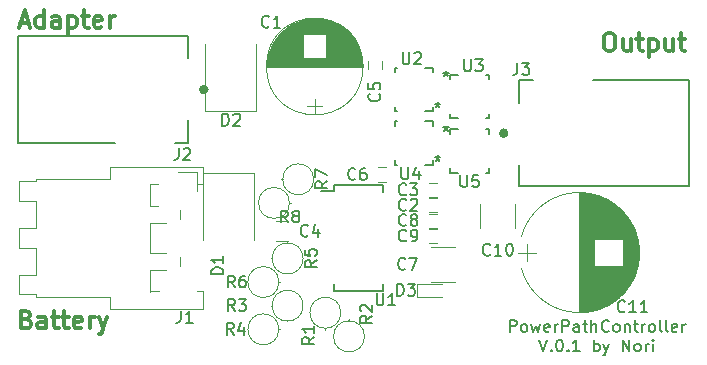
<source format=gto>
G04 #@! TF.GenerationSoftware,KiCad,Pcbnew,(5.1.9)-1*
G04 #@! TF.CreationDate,2021-05-05T15:58:12+09:00*
G04 #@! TF.ProjectId,PowerPathController_LTC4417,506f7765-7250-4617-9468-436f6e74726f,rev?*
G04 #@! TF.SameCoordinates,Original*
G04 #@! TF.FileFunction,Legend,Top*
G04 #@! TF.FilePolarity,Positive*
%FSLAX46Y46*%
G04 Gerber Fmt 4.6, Leading zero omitted, Abs format (unit mm)*
G04 Created by KiCad (PCBNEW (5.1.9)-1) date 2021-05-05 15:58:12*
%MOMM*%
%LPD*%
G01*
G04 APERTURE LIST*
%ADD10C,0.150000*%
%ADD11C,0.300000*%
%ADD12C,0.120000*%
%ADD13C,0.152400*%
%ADD14C,0.127000*%
%ADD15C,0.400000*%
G04 APERTURE END LIST*
D10*
X165019047Y-114027380D02*
X165019047Y-113027380D01*
X165400000Y-113027380D01*
X165495238Y-113075000D01*
X165542857Y-113122619D01*
X165590476Y-113217857D01*
X165590476Y-113360714D01*
X165542857Y-113455952D01*
X165495238Y-113503571D01*
X165400000Y-113551190D01*
X165019047Y-113551190D01*
X166161904Y-114027380D02*
X166066666Y-113979761D01*
X166019047Y-113932142D01*
X165971428Y-113836904D01*
X165971428Y-113551190D01*
X166019047Y-113455952D01*
X166066666Y-113408333D01*
X166161904Y-113360714D01*
X166304761Y-113360714D01*
X166400000Y-113408333D01*
X166447619Y-113455952D01*
X166495238Y-113551190D01*
X166495238Y-113836904D01*
X166447619Y-113932142D01*
X166400000Y-113979761D01*
X166304761Y-114027380D01*
X166161904Y-114027380D01*
X166828571Y-113360714D02*
X167019047Y-114027380D01*
X167209523Y-113551190D01*
X167400000Y-114027380D01*
X167590476Y-113360714D01*
X168352380Y-113979761D02*
X168257142Y-114027380D01*
X168066666Y-114027380D01*
X167971428Y-113979761D01*
X167923809Y-113884523D01*
X167923809Y-113503571D01*
X167971428Y-113408333D01*
X168066666Y-113360714D01*
X168257142Y-113360714D01*
X168352380Y-113408333D01*
X168400000Y-113503571D01*
X168400000Y-113598809D01*
X167923809Y-113694047D01*
X168828571Y-114027380D02*
X168828571Y-113360714D01*
X168828571Y-113551190D02*
X168876190Y-113455952D01*
X168923809Y-113408333D01*
X169019047Y-113360714D01*
X169114285Y-113360714D01*
X169447619Y-114027380D02*
X169447619Y-113027380D01*
X169828571Y-113027380D01*
X169923809Y-113075000D01*
X169971428Y-113122619D01*
X170019047Y-113217857D01*
X170019047Y-113360714D01*
X169971428Y-113455952D01*
X169923809Y-113503571D01*
X169828571Y-113551190D01*
X169447619Y-113551190D01*
X170876190Y-114027380D02*
X170876190Y-113503571D01*
X170828571Y-113408333D01*
X170733333Y-113360714D01*
X170542857Y-113360714D01*
X170447619Y-113408333D01*
X170876190Y-113979761D02*
X170780952Y-114027380D01*
X170542857Y-114027380D01*
X170447619Y-113979761D01*
X170400000Y-113884523D01*
X170400000Y-113789285D01*
X170447619Y-113694047D01*
X170542857Y-113646428D01*
X170780952Y-113646428D01*
X170876190Y-113598809D01*
X171209523Y-113360714D02*
X171590476Y-113360714D01*
X171352380Y-113027380D02*
X171352380Y-113884523D01*
X171400000Y-113979761D01*
X171495238Y-114027380D01*
X171590476Y-114027380D01*
X171923809Y-114027380D02*
X171923809Y-113027380D01*
X172352380Y-114027380D02*
X172352380Y-113503571D01*
X172304761Y-113408333D01*
X172209523Y-113360714D01*
X172066666Y-113360714D01*
X171971428Y-113408333D01*
X171923809Y-113455952D01*
X173400000Y-113932142D02*
X173352380Y-113979761D01*
X173209523Y-114027380D01*
X173114285Y-114027380D01*
X172971428Y-113979761D01*
X172876190Y-113884523D01*
X172828571Y-113789285D01*
X172780952Y-113598809D01*
X172780952Y-113455952D01*
X172828571Y-113265476D01*
X172876190Y-113170238D01*
X172971428Y-113075000D01*
X173114285Y-113027380D01*
X173209523Y-113027380D01*
X173352380Y-113075000D01*
X173400000Y-113122619D01*
X173971428Y-114027380D02*
X173876190Y-113979761D01*
X173828571Y-113932142D01*
X173780952Y-113836904D01*
X173780952Y-113551190D01*
X173828571Y-113455952D01*
X173876190Y-113408333D01*
X173971428Y-113360714D01*
X174114285Y-113360714D01*
X174209523Y-113408333D01*
X174257142Y-113455952D01*
X174304761Y-113551190D01*
X174304761Y-113836904D01*
X174257142Y-113932142D01*
X174209523Y-113979761D01*
X174114285Y-114027380D01*
X173971428Y-114027380D01*
X174733333Y-113360714D02*
X174733333Y-114027380D01*
X174733333Y-113455952D02*
X174780952Y-113408333D01*
X174876190Y-113360714D01*
X175019047Y-113360714D01*
X175114285Y-113408333D01*
X175161904Y-113503571D01*
X175161904Y-114027380D01*
X175495238Y-113360714D02*
X175876190Y-113360714D01*
X175638095Y-113027380D02*
X175638095Y-113884523D01*
X175685714Y-113979761D01*
X175780952Y-114027380D01*
X175876190Y-114027380D01*
X176209523Y-114027380D02*
X176209523Y-113360714D01*
X176209523Y-113551190D02*
X176257142Y-113455952D01*
X176304761Y-113408333D01*
X176400000Y-113360714D01*
X176495238Y-113360714D01*
X176971428Y-114027380D02*
X176876190Y-113979761D01*
X176828571Y-113932142D01*
X176780952Y-113836904D01*
X176780952Y-113551190D01*
X176828571Y-113455952D01*
X176876190Y-113408333D01*
X176971428Y-113360714D01*
X177114285Y-113360714D01*
X177209523Y-113408333D01*
X177257142Y-113455952D01*
X177304761Y-113551190D01*
X177304761Y-113836904D01*
X177257142Y-113932142D01*
X177209523Y-113979761D01*
X177114285Y-114027380D01*
X176971428Y-114027380D01*
X177876190Y-114027380D02*
X177780952Y-113979761D01*
X177733333Y-113884523D01*
X177733333Y-113027380D01*
X178400000Y-114027380D02*
X178304761Y-113979761D01*
X178257142Y-113884523D01*
X178257142Y-113027380D01*
X179161904Y-113979761D02*
X179066666Y-114027380D01*
X178876190Y-114027380D01*
X178780952Y-113979761D01*
X178733333Y-113884523D01*
X178733333Y-113503571D01*
X178780952Y-113408333D01*
X178876190Y-113360714D01*
X179066666Y-113360714D01*
X179161904Y-113408333D01*
X179209523Y-113503571D01*
X179209523Y-113598809D01*
X178733333Y-113694047D01*
X179638095Y-114027380D02*
X179638095Y-113360714D01*
X179638095Y-113551190D02*
X179685714Y-113455952D01*
X179733333Y-113408333D01*
X179828571Y-113360714D01*
X179923809Y-113360714D01*
X167519047Y-114677380D02*
X167852380Y-115677380D01*
X168185714Y-114677380D01*
X168519047Y-115582142D02*
X168566666Y-115629761D01*
X168519047Y-115677380D01*
X168471428Y-115629761D01*
X168519047Y-115582142D01*
X168519047Y-115677380D01*
X169185714Y-114677380D02*
X169280952Y-114677380D01*
X169376190Y-114725000D01*
X169423809Y-114772619D01*
X169471428Y-114867857D01*
X169519047Y-115058333D01*
X169519047Y-115296428D01*
X169471428Y-115486904D01*
X169423809Y-115582142D01*
X169376190Y-115629761D01*
X169280952Y-115677380D01*
X169185714Y-115677380D01*
X169090476Y-115629761D01*
X169042857Y-115582142D01*
X168995238Y-115486904D01*
X168947619Y-115296428D01*
X168947619Y-115058333D01*
X168995238Y-114867857D01*
X169042857Y-114772619D01*
X169090476Y-114725000D01*
X169185714Y-114677380D01*
X169947619Y-115582142D02*
X169995238Y-115629761D01*
X169947619Y-115677380D01*
X169900000Y-115629761D01*
X169947619Y-115582142D01*
X169947619Y-115677380D01*
X170947619Y-115677380D02*
X170376190Y-115677380D01*
X170661904Y-115677380D02*
X170661904Y-114677380D01*
X170566666Y-114820238D01*
X170471428Y-114915476D01*
X170376190Y-114963095D01*
X172138095Y-115677380D02*
X172138095Y-114677380D01*
X172138095Y-115058333D02*
X172233333Y-115010714D01*
X172423809Y-115010714D01*
X172519047Y-115058333D01*
X172566666Y-115105952D01*
X172614285Y-115201190D01*
X172614285Y-115486904D01*
X172566666Y-115582142D01*
X172519047Y-115629761D01*
X172423809Y-115677380D01*
X172233333Y-115677380D01*
X172138095Y-115629761D01*
X172947619Y-115010714D02*
X173185714Y-115677380D01*
X173423809Y-115010714D02*
X173185714Y-115677380D01*
X173090476Y-115915476D01*
X173042857Y-115963095D01*
X172947619Y-116010714D01*
X174566666Y-115677380D02*
X174566666Y-114677380D01*
X175138095Y-115677380D01*
X175138095Y-114677380D01*
X175757142Y-115677380D02*
X175661904Y-115629761D01*
X175614285Y-115582142D01*
X175566666Y-115486904D01*
X175566666Y-115201190D01*
X175614285Y-115105952D01*
X175661904Y-115058333D01*
X175757142Y-115010714D01*
X175900000Y-115010714D01*
X175995238Y-115058333D01*
X176042857Y-115105952D01*
X176090476Y-115201190D01*
X176090476Y-115486904D01*
X176042857Y-115582142D01*
X175995238Y-115629761D01*
X175900000Y-115677380D01*
X175757142Y-115677380D01*
X176519047Y-115677380D02*
X176519047Y-115010714D01*
X176519047Y-115201190D02*
X176566666Y-115105952D01*
X176614285Y-115058333D01*
X176709523Y-115010714D01*
X176804761Y-115010714D01*
X177138095Y-115677380D02*
X177138095Y-115010714D01*
X177138095Y-114677380D02*
X177090476Y-114725000D01*
X177138095Y-114772619D01*
X177185714Y-114725000D01*
X177138095Y-114677380D01*
X177138095Y-114772619D01*
D11*
X124092857Y-112942857D02*
X124307142Y-113014285D01*
X124378571Y-113085714D01*
X124450000Y-113228571D01*
X124450000Y-113442857D01*
X124378571Y-113585714D01*
X124307142Y-113657142D01*
X124164285Y-113728571D01*
X123592857Y-113728571D01*
X123592857Y-112228571D01*
X124092857Y-112228571D01*
X124235714Y-112300000D01*
X124307142Y-112371428D01*
X124378571Y-112514285D01*
X124378571Y-112657142D01*
X124307142Y-112800000D01*
X124235714Y-112871428D01*
X124092857Y-112942857D01*
X123592857Y-112942857D01*
X125735714Y-113728571D02*
X125735714Y-112942857D01*
X125664285Y-112800000D01*
X125521428Y-112728571D01*
X125235714Y-112728571D01*
X125092857Y-112800000D01*
X125735714Y-113657142D02*
X125592857Y-113728571D01*
X125235714Y-113728571D01*
X125092857Y-113657142D01*
X125021428Y-113514285D01*
X125021428Y-113371428D01*
X125092857Y-113228571D01*
X125235714Y-113157142D01*
X125592857Y-113157142D01*
X125735714Y-113085714D01*
X126235714Y-112728571D02*
X126807142Y-112728571D01*
X126450000Y-112228571D02*
X126450000Y-113514285D01*
X126521428Y-113657142D01*
X126664285Y-113728571D01*
X126807142Y-113728571D01*
X127092857Y-112728571D02*
X127664285Y-112728571D01*
X127307142Y-112228571D02*
X127307142Y-113514285D01*
X127378571Y-113657142D01*
X127521428Y-113728571D01*
X127664285Y-113728571D01*
X128735714Y-113657142D02*
X128592857Y-113728571D01*
X128307142Y-113728571D01*
X128164285Y-113657142D01*
X128092857Y-113514285D01*
X128092857Y-112942857D01*
X128164285Y-112800000D01*
X128307142Y-112728571D01*
X128592857Y-112728571D01*
X128735714Y-112800000D01*
X128807142Y-112942857D01*
X128807142Y-113085714D01*
X128092857Y-113228571D01*
X129450000Y-113728571D02*
X129450000Y-112728571D01*
X129450000Y-113014285D02*
X129521428Y-112871428D01*
X129592857Y-112800000D01*
X129735714Y-112728571D01*
X129878571Y-112728571D01*
X130235714Y-112728571D02*
X130592857Y-113728571D01*
X130950000Y-112728571D02*
X130592857Y-113728571D01*
X130450000Y-114085714D01*
X130378571Y-114157142D01*
X130235714Y-114228571D01*
X123571428Y-87850000D02*
X124285714Y-87850000D01*
X123428571Y-88278571D02*
X123928571Y-86778571D01*
X124428571Y-88278571D01*
X125571428Y-88278571D02*
X125571428Y-86778571D01*
X125571428Y-88207142D02*
X125428571Y-88278571D01*
X125142857Y-88278571D01*
X125000000Y-88207142D01*
X124928571Y-88135714D01*
X124857142Y-87992857D01*
X124857142Y-87564285D01*
X124928571Y-87421428D01*
X125000000Y-87350000D01*
X125142857Y-87278571D01*
X125428571Y-87278571D01*
X125571428Y-87350000D01*
X126928571Y-88278571D02*
X126928571Y-87492857D01*
X126857142Y-87350000D01*
X126714285Y-87278571D01*
X126428571Y-87278571D01*
X126285714Y-87350000D01*
X126928571Y-88207142D02*
X126785714Y-88278571D01*
X126428571Y-88278571D01*
X126285714Y-88207142D01*
X126214285Y-88064285D01*
X126214285Y-87921428D01*
X126285714Y-87778571D01*
X126428571Y-87707142D01*
X126785714Y-87707142D01*
X126928571Y-87635714D01*
X127642857Y-87278571D02*
X127642857Y-88778571D01*
X127642857Y-87350000D02*
X127785714Y-87278571D01*
X128071428Y-87278571D01*
X128214285Y-87350000D01*
X128285714Y-87421428D01*
X128357142Y-87564285D01*
X128357142Y-87992857D01*
X128285714Y-88135714D01*
X128214285Y-88207142D01*
X128071428Y-88278571D01*
X127785714Y-88278571D01*
X127642857Y-88207142D01*
X128785714Y-87278571D02*
X129357142Y-87278571D01*
X129000000Y-86778571D02*
X129000000Y-88064285D01*
X129071428Y-88207142D01*
X129214285Y-88278571D01*
X129357142Y-88278571D01*
X130428571Y-88207142D02*
X130285714Y-88278571D01*
X130000000Y-88278571D01*
X129857142Y-88207142D01*
X129785714Y-88064285D01*
X129785714Y-87492857D01*
X129857142Y-87350000D01*
X130000000Y-87278571D01*
X130285714Y-87278571D01*
X130428571Y-87350000D01*
X130500000Y-87492857D01*
X130500000Y-87635714D01*
X129785714Y-87778571D01*
X131142857Y-88278571D02*
X131142857Y-87278571D01*
X131142857Y-87564285D02*
X131214285Y-87421428D01*
X131285714Y-87350000D01*
X131428571Y-87278571D01*
X131571428Y-87278571D01*
X173314285Y-88728571D02*
X173600000Y-88728571D01*
X173742857Y-88800000D01*
X173885714Y-88942857D01*
X173957142Y-89228571D01*
X173957142Y-89728571D01*
X173885714Y-90014285D01*
X173742857Y-90157142D01*
X173600000Y-90228571D01*
X173314285Y-90228571D01*
X173171428Y-90157142D01*
X173028571Y-90014285D01*
X172957142Y-89728571D01*
X172957142Y-89228571D01*
X173028571Y-88942857D01*
X173171428Y-88800000D01*
X173314285Y-88728571D01*
X175242857Y-89228571D02*
X175242857Y-90228571D01*
X174600000Y-89228571D02*
X174600000Y-90014285D01*
X174671428Y-90157142D01*
X174814285Y-90228571D01*
X175028571Y-90228571D01*
X175171428Y-90157142D01*
X175242857Y-90085714D01*
X175742857Y-89228571D02*
X176314285Y-89228571D01*
X175957142Y-88728571D02*
X175957142Y-90014285D01*
X176028571Y-90157142D01*
X176171428Y-90228571D01*
X176314285Y-90228571D01*
X176814285Y-89228571D02*
X176814285Y-90728571D01*
X176814285Y-89300000D02*
X176957142Y-89228571D01*
X177242857Y-89228571D01*
X177385714Y-89300000D01*
X177457142Y-89371428D01*
X177528571Y-89514285D01*
X177528571Y-89942857D01*
X177457142Y-90085714D01*
X177385714Y-90157142D01*
X177242857Y-90228571D01*
X176957142Y-90228571D01*
X176814285Y-90157142D01*
X178814285Y-89228571D02*
X178814285Y-90228571D01*
X178171428Y-89228571D02*
X178171428Y-90014285D01*
X178242857Y-90157142D01*
X178385714Y-90228571D01*
X178600000Y-90228571D01*
X178742857Y-90157142D01*
X178814285Y-90085714D01*
X179314285Y-89228571D02*
X179885714Y-89228571D01*
X179528571Y-88728571D02*
X179528571Y-90014285D01*
X179600000Y-90157142D01*
X179742857Y-90228571D01*
X179885714Y-90228571D01*
D12*
X146360000Y-103100000D02*
G75*
G03*
X146360000Y-103100000I-1310000J0D01*
G01*
X146360000Y-103100000D02*
X146490000Y-103100000D01*
X148410000Y-101100000D02*
G75*
G03*
X148410000Y-101100000I-1310000J0D01*
G01*
X145790000Y-101100000D02*
X145660000Y-101100000D01*
X145460000Y-109800000D02*
G75*
G03*
X145460000Y-109800000I-1310000J0D01*
G01*
X145460000Y-109800000D02*
X145590000Y-109800000D01*
X147510000Y-107800000D02*
G75*
G03*
X147510000Y-107800000I-1310000J0D01*
G01*
X144890000Y-107800000D02*
X144760000Y-107800000D01*
X145460000Y-113800000D02*
G75*
G03*
X145460000Y-113800000I-1310000J0D01*
G01*
X145460000Y-113800000D02*
X145590000Y-113800000D01*
X147510000Y-111800000D02*
G75*
G03*
X147510000Y-111800000I-1310000J0D01*
G01*
X144890000Y-111800000D02*
X144760000Y-111800000D01*
X152710000Y-114400000D02*
G75*
G03*
X152710000Y-114400000I-1310000J0D01*
G01*
X151400000Y-113090000D02*
X151400000Y-112960000D01*
X150710000Y-112400000D02*
G75*
G03*
X150710000Y-112400000I-1310000J0D01*
G01*
X149400000Y-113710000D02*
X149400000Y-113840000D01*
X152590000Y-91550000D02*
G75*
G03*
X152590000Y-91550000I-4090000J0D01*
G01*
X144450000Y-91550000D02*
X152550000Y-91550000D01*
X144450000Y-91510000D02*
X152550000Y-91510000D01*
X144450000Y-91470000D02*
X152550000Y-91470000D01*
X144451000Y-91430000D02*
X152549000Y-91430000D01*
X144453000Y-91390000D02*
X152547000Y-91390000D01*
X144454000Y-91350000D02*
X152546000Y-91350000D01*
X144457000Y-91310000D02*
X152543000Y-91310000D01*
X144459000Y-91270000D02*
X152541000Y-91270000D01*
X144462000Y-91230000D02*
X152538000Y-91230000D01*
X144465000Y-91190000D02*
X152535000Y-91190000D01*
X144469000Y-91150000D02*
X152531000Y-91150000D01*
X144473000Y-91110000D02*
X152527000Y-91110000D01*
X144478000Y-91070000D02*
X152522000Y-91070000D01*
X144483000Y-91030000D02*
X152517000Y-91030000D01*
X144488000Y-90990000D02*
X152512000Y-90990000D01*
X144494000Y-90950000D02*
X152506000Y-90950000D01*
X144500000Y-90910000D02*
X152500000Y-90910000D01*
X144506000Y-90870000D02*
X152494000Y-90870000D01*
X144513000Y-90829000D02*
X152487000Y-90829000D01*
X144521000Y-90789000D02*
X152479000Y-90789000D01*
X144529000Y-90749000D02*
X147520000Y-90749000D01*
X149480000Y-90749000D02*
X152471000Y-90749000D01*
X144537000Y-90709000D02*
X147520000Y-90709000D01*
X149480000Y-90709000D02*
X152463000Y-90709000D01*
X144545000Y-90669000D02*
X147520000Y-90669000D01*
X149480000Y-90669000D02*
X152455000Y-90669000D01*
X144554000Y-90629000D02*
X147520000Y-90629000D01*
X149480000Y-90629000D02*
X152446000Y-90629000D01*
X144564000Y-90589000D02*
X147520000Y-90589000D01*
X149480000Y-90589000D02*
X152436000Y-90589000D01*
X144574000Y-90549000D02*
X147520000Y-90549000D01*
X149480000Y-90549000D02*
X152426000Y-90549000D01*
X144584000Y-90509000D02*
X147520000Y-90509000D01*
X149480000Y-90509000D02*
X152416000Y-90509000D01*
X144595000Y-90469000D02*
X147520000Y-90469000D01*
X149480000Y-90469000D02*
X152405000Y-90469000D01*
X144606000Y-90429000D02*
X147520000Y-90429000D01*
X149480000Y-90429000D02*
X152394000Y-90429000D01*
X144617000Y-90389000D02*
X147520000Y-90389000D01*
X149480000Y-90389000D02*
X152383000Y-90389000D01*
X144630000Y-90349000D02*
X147520000Y-90349000D01*
X149480000Y-90349000D02*
X152370000Y-90349000D01*
X144642000Y-90309000D02*
X147520000Y-90309000D01*
X149480000Y-90309000D02*
X152358000Y-90309000D01*
X144655000Y-90269000D02*
X147520000Y-90269000D01*
X149480000Y-90269000D02*
X152345000Y-90269000D01*
X144668000Y-90229000D02*
X147520000Y-90229000D01*
X149480000Y-90229000D02*
X152332000Y-90229000D01*
X144682000Y-90189000D02*
X147520000Y-90189000D01*
X149480000Y-90189000D02*
X152318000Y-90189000D01*
X144697000Y-90149000D02*
X147520000Y-90149000D01*
X149480000Y-90149000D02*
X152303000Y-90149000D01*
X144711000Y-90109000D02*
X147520000Y-90109000D01*
X149480000Y-90109000D02*
X152289000Y-90109000D01*
X144727000Y-90069000D02*
X147520000Y-90069000D01*
X149480000Y-90069000D02*
X152273000Y-90069000D01*
X144742000Y-90029000D02*
X147520000Y-90029000D01*
X149480000Y-90029000D02*
X152258000Y-90029000D01*
X144759000Y-89989000D02*
X147520000Y-89989000D01*
X149480000Y-89989000D02*
X152241000Y-89989000D01*
X144775000Y-89949000D02*
X147520000Y-89949000D01*
X149480000Y-89949000D02*
X152225000Y-89949000D01*
X144793000Y-89909000D02*
X147520000Y-89909000D01*
X149480000Y-89909000D02*
X152207000Y-89909000D01*
X144810000Y-89869000D02*
X147520000Y-89869000D01*
X149480000Y-89869000D02*
X152190000Y-89869000D01*
X144829000Y-89829000D02*
X147520000Y-89829000D01*
X149480000Y-89829000D02*
X152171000Y-89829000D01*
X144848000Y-89789000D02*
X147520000Y-89789000D01*
X149480000Y-89789000D02*
X152152000Y-89789000D01*
X144867000Y-89749000D02*
X147520000Y-89749000D01*
X149480000Y-89749000D02*
X152133000Y-89749000D01*
X144887000Y-89709000D02*
X147520000Y-89709000D01*
X149480000Y-89709000D02*
X152113000Y-89709000D01*
X144907000Y-89669000D02*
X147520000Y-89669000D01*
X149480000Y-89669000D02*
X152093000Y-89669000D01*
X144928000Y-89629000D02*
X147520000Y-89629000D01*
X149480000Y-89629000D02*
X152072000Y-89629000D01*
X144950000Y-89589000D02*
X147520000Y-89589000D01*
X149480000Y-89589000D02*
X152050000Y-89589000D01*
X144972000Y-89549000D02*
X147520000Y-89549000D01*
X149480000Y-89549000D02*
X152028000Y-89549000D01*
X144995000Y-89509000D02*
X147520000Y-89509000D01*
X149480000Y-89509000D02*
X152005000Y-89509000D01*
X145018000Y-89469000D02*
X147520000Y-89469000D01*
X149480000Y-89469000D02*
X151982000Y-89469000D01*
X145042000Y-89429000D02*
X147520000Y-89429000D01*
X149480000Y-89429000D02*
X151958000Y-89429000D01*
X145066000Y-89389000D02*
X147520000Y-89389000D01*
X149480000Y-89389000D02*
X151934000Y-89389000D01*
X145092000Y-89349000D02*
X147520000Y-89349000D01*
X149480000Y-89349000D02*
X151908000Y-89349000D01*
X145117000Y-89309000D02*
X147520000Y-89309000D01*
X149480000Y-89309000D02*
X151883000Y-89309000D01*
X145144000Y-89269000D02*
X147520000Y-89269000D01*
X149480000Y-89269000D02*
X151856000Y-89269000D01*
X145171000Y-89229000D02*
X147520000Y-89229000D01*
X149480000Y-89229000D02*
X151829000Y-89229000D01*
X145199000Y-89189000D02*
X147520000Y-89189000D01*
X149480000Y-89189000D02*
X151801000Y-89189000D01*
X145228000Y-89149000D02*
X147520000Y-89149000D01*
X149480000Y-89149000D02*
X151772000Y-89149000D01*
X145257000Y-89109000D02*
X147520000Y-89109000D01*
X149480000Y-89109000D02*
X151743000Y-89109000D01*
X145287000Y-89069000D02*
X147520000Y-89069000D01*
X149480000Y-89069000D02*
X151713000Y-89069000D01*
X145318000Y-89029000D02*
X147520000Y-89029000D01*
X149480000Y-89029000D02*
X151682000Y-89029000D01*
X145350000Y-88989000D02*
X147520000Y-88989000D01*
X149480000Y-88989000D02*
X151650000Y-88989000D01*
X145382000Y-88949000D02*
X147520000Y-88949000D01*
X149480000Y-88949000D02*
X151618000Y-88949000D01*
X145416000Y-88909000D02*
X147520000Y-88909000D01*
X149480000Y-88909000D02*
X151584000Y-88909000D01*
X145450000Y-88869000D02*
X147520000Y-88869000D01*
X149480000Y-88869000D02*
X151550000Y-88869000D01*
X145485000Y-88829000D02*
X147520000Y-88829000D01*
X149480000Y-88829000D02*
X151515000Y-88829000D01*
X145521000Y-88789000D02*
X151479000Y-88789000D01*
X145558000Y-88749000D02*
X151442000Y-88749000D01*
X145596000Y-88709000D02*
X151404000Y-88709000D01*
X145635000Y-88669000D02*
X151365000Y-88669000D01*
X145676000Y-88629000D02*
X151324000Y-88629000D01*
X145717000Y-88589000D02*
X151283000Y-88589000D01*
X145760000Y-88549000D02*
X151240000Y-88549000D01*
X145803000Y-88509000D02*
X151197000Y-88509000D01*
X145848000Y-88469000D02*
X151152000Y-88469000D01*
X145895000Y-88429000D02*
X151105000Y-88429000D01*
X145943000Y-88389000D02*
X151057000Y-88389000D01*
X145992000Y-88349000D02*
X151008000Y-88349000D01*
X146043000Y-88309000D02*
X150957000Y-88309000D01*
X146096000Y-88269000D02*
X150904000Y-88269000D01*
X146151000Y-88229000D02*
X150849000Y-88229000D01*
X146207000Y-88189000D02*
X150793000Y-88189000D01*
X146266000Y-88149000D02*
X150734000Y-88149000D01*
X146327000Y-88109000D02*
X150673000Y-88109000D01*
X146391000Y-88069000D02*
X150609000Y-88069000D01*
X146457000Y-88029000D02*
X150543000Y-88029000D01*
X146526000Y-87989000D02*
X150474000Y-87989000D01*
X146598000Y-87949000D02*
X150402000Y-87949000D01*
X146674000Y-87909000D02*
X150326000Y-87909000D01*
X146755000Y-87869000D02*
X150245000Y-87869000D01*
X146840000Y-87829000D02*
X150160000Y-87829000D01*
X146930000Y-87789000D02*
X150070000Y-87789000D01*
X147027000Y-87749000D02*
X149973000Y-87749000D01*
X147131000Y-87709000D02*
X149869000Y-87709000D01*
X147246000Y-87669000D02*
X149754000Y-87669000D01*
X147373000Y-87629000D02*
X149627000Y-87629000D01*
X147517000Y-87589000D02*
X149483000Y-87589000D01*
X147686000Y-87549000D02*
X149314000Y-87549000D01*
X147902000Y-87509000D02*
X149098000Y-87509000D01*
X148254000Y-87469000D02*
X148746000Y-87469000D01*
X148500000Y-95500000D02*
X148500000Y-94300000D01*
X147850000Y-94900000D02*
X149150000Y-94900000D01*
D13*
X158525600Y-91671200D02*
X157829850Y-91671200D01*
X155274400Y-91671200D02*
X155274400Y-92039861D01*
X155274400Y-95328800D02*
X155462150Y-95328800D01*
X158525600Y-95328800D02*
X158525600Y-94960139D01*
X158525600Y-92039861D02*
X158525600Y-91671200D01*
X155274400Y-94960139D02*
X155274400Y-95328800D01*
X155462150Y-91671200D02*
X155274400Y-91671200D01*
X157829850Y-95328800D02*
X158525600Y-95328800D01*
X158532401Y-96203201D02*
X157836651Y-96203201D01*
X155281201Y-96203201D02*
X155281201Y-96571862D01*
X155281201Y-99860801D02*
X155468951Y-99860801D01*
X158532401Y-99860801D02*
X158532401Y-99492140D01*
X158532401Y-96571862D02*
X158532401Y-96203201D01*
X155281201Y-99492140D02*
X155281201Y-99860801D01*
X155468951Y-96203201D02*
X155281201Y-96203201D01*
X157836651Y-99860801D02*
X158532401Y-99860801D01*
X159974400Y-100528800D02*
X160670150Y-100528800D01*
X163225600Y-100528800D02*
X163225600Y-100160139D01*
X163225600Y-96871200D02*
X163037850Y-96871200D01*
X159974400Y-96871200D02*
X159974400Y-97239861D01*
X159974400Y-100160139D02*
X159974400Y-100528800D01*
X163225600Y-97239861D02*
X163225600Y-96871200D01*
X163037850Y-100528800D02*
X163225600Y-100528800D01*
X160670150Y-96871200D02*
X159974400Y-96871200D01*
X159974400Y-95928800D02*
X160670150Y-95928800D01*
X163225600Y-95928800D02*
X163225600Y-95560139D01*
X163225600Y-92271200D02*
X163037850Y-92271200D01*
X159974400Y-92271200D02*
X159974400Y-92639861D01*
X159974400Y-95560139D02*
X159974400Y-95928800D01*
X163225600Y-92639861D02*
X163225600Y-92271200D01*
X163037850Y-95928800D02*
X163225600Y-95928800D01*
X160670150Y-92271200D02*
X159974400Y-92271200D01*
D12*
X131140000Y-101090000D02*
X124940000Y-101090000D01*
X124940000Y-101090000D02*
X124940000Y-101280000D01*
X138550000Y-110590000D02*
X139060000Y-110590000D01*
X139060000Y-110590000D02*
X139060000Y-112080000D01*
X139060000Y-112080000D02*
X131140000Y-112080000D01*
X131140000Y-112080000D02*
X131140000Y-111030000D01*
X134560000Y-110590000D02*
X135350000Y-110590000D01*
X131140000Y-101090000D02*
X131140000Y-100040000D01*
X131140000Y-100040000D02*
X139060000Y-100040000D01*
X139060000Y-100040000D02*
X139060000Y-101530000D01*
X139060000Y-101530000D02*
X138560000Y-101530000D01*
X135250000Y-101530000D02*
X134560000Y-101530000D01*
X124940000Y-110840000D02*
X124940000Y-111030000D01*
X124940000Y-111030000D02*
X131140000Y-111030000D01*
X134560000Y-101520000D02*
X134560000Y-103360000D01*
X134560000Y-108760000D02*
X134560000Y-110600000D01*
X124940000Y-101280000D02*
X123440000Y-101280000D01*
X123440000Y-101280000D02*
X123440000Y-102920000D01*
X123440000Y-102920000D02*
X124940000Y-102920000D01*
X134560000Y-103360000D02*
X135250000Y-103360000D01*
X137060000Y-103710000D02*
X137060000Y-104450000D01*
X135950000Y-104800000D02*
X134560000Y-104800000D01*
X124940000Y-105240000D02*
X123440000Y-105240000D01*
X123440000Y-105240000D02*
X123440000Y-106880000D01*
X123440000Y-106880000D02*
X124940000Y-106880000D01*
X134560000Y-107320000D02*
X135950000Y-107320000D01*
X137060000Y-107670000D02*
X137060000Y-108410000D01*
X135950000Y-108760000D02*
X134560000Y-108760000D01*
X134560000Y-104800000D02*
X134560000Y-107320000D01*
X124940000Y-102920000D02*
X124940000Y-105240000D01*
X124940000Y-109200000D02*
X123440000Y-109200000D01*
X123440000Y-109200000D02*
X123440000Y-110840000D01*
X123440000Y-110840000D02*
X124940000Y-110840000D01*
X124940000Y-106880000D02*
X124940000Y-109200000D01*
X138560000Y-102100000D02*
X138560000Y-100490000D01*
X138560000Y-100490000D02*
X136950000Y-100490000D01*
D14*
X180200000Y-92700000D02*
X180200000Y-101700000D01*
X180200000Y-101700000D02*
X165800000Y-101700000D01*
X165800000Y-92700000D02*
X166950000Y-92700000D01*
X165800000Y-101700000D02*
X165800000Y-99850000D01*
X172050000Y-92700000D02*
X180200000Y-92700000D01*
X165800000Y-94650000D02*
X165800000Y-92700000D01*
D15*
X164700000Y-97200000D02*
G75*
G03*
X164700000Y-97200000I-200000J0D01*
G01*
D12*
X139250000Y-95350000D02*
X139250000Y-89650000D01*
X143550000Y-95350000D02*
X143550000Y-89650000D01*
X139250000Y-95350000D02*
X143550000Y-95350000D01*
X143350000Y-100550000D02*
X143350000Y-106250000D01*
X139050000Y-100550000D02*
X139050000Y-106250000D01*
X143350000Y-100550000D02*
X139050000Y-100550000D01*
X158150000Y-102700000D02*
X158850000Y-102700000D01*
X158850000Y-103900000D02*
X158150000Y-103900000D01*
X158850000Y-102600000D02*
X158150000Y-102600000D01*
X158150000Y-101400000D02*
X158850000Y-101400000D01*
X145200000Y-106350000D02*
X146200000Y-106350000D01*
X146200000Y-104650000D02*
X145200000Y-104650000D01*
X154200000Y-91050000D02*
X154200000Y-91750000D01*
X153000000Y-91750000D02*
X153000000Y-91050000D01*
X154550000Y-101300000D02*
X153850000Y-101300000D01*
X153850000Y-100100000D02*
X154550000Y-100100000D01*
X160350000Y-106820000D02*
X158350000Y-106820000D01*
X158350000Y-109780000D02*
X160350000Y-109780000D01*
X158150000Y-104000000D02*
X158850000Y-104000000D01*
X158850000Y-105200000D02*
X158150000Y-105200000D01*
X158850000Y-106500000D02*
X158150000Y-106500000D01*
X158150000Y-105300000D02*
X158850000Y-105300000D01*
X162520000Y-103200000D02*
X162520000Y-105200000D01*
X165480000Y-105200000D02*
X165480000Y-103200000D01*
X170900000Y-102250000D02*
X170900000Y-112350000D01*
X170940000Y-102250000D02*
X170940000Y-112350000D01*
X170980000Y-102250000D02*
X170980000Y-112350000D01*
X171020000Y-102251000D02*
X171020000Y-112349000D01*
X171060000Y-102252000D02*
X171060000Y-112348000D01*
X171100000Y-102253000D02*
X171100000Y-112347000D01*
X171140000Y-102255000D02*
X171140000Y-112345000D01*
X171180000Y-102257000D02*
X171180000Y-112343000D01*
X171220000Y-102260000D02*
X171220000Y-112340000D01*
X171260000Y-102262000D02*
X171260000Y-112338000D01*
X171300000Y-102265000D02*
X171300000Y-112335000D01*
X171340000Y-102269000D02*
X171340000Y-112331000D01*
X171380000Y-102272000D02*
X171380000Y-112328000D01*
X171420000Y-102276000D02*
X171420000Y-112324000D01*
X171460000Y-102280000D02*
X171460000Y-112320000D01*
X171500000Y-102285000D02*
X171500000Y-112315000D01*
X171540000Y-102290000D02*
X171540000Y-112310000D01*
X171580000Y-102295000D02*
X171580000Y-112305000D01*
X171621000Y-102301000D02*
X171621000Y-112299000D01*
X171661000Y-102307000D02*
X171661000Y-112293000D01*
X171701000Y-102313000D02*
X171701000Y-112287000D01*
X171741000Y-102319000D02*
X171741000Y-112281000D01*
X171781000Y-102326000D02*
X171781000Y-112274000D01*
X171821000Y-102333000D02*
X171821000Y-112267000D01*
X171861000Y-102341000D02*
X171861000Y-112259000D01*
X171901000Y-102349000D02*
X171901000Y-112251000D01*
X171941000Y-102357000D02*
X171941000Y-112243000D01*
X171981000Y-102365000D02*
X171981000Y-112235000D01*
X172021000Y-102374000D02*
X172021000Y-112226000D01*
X172061000Y-102383000D02*
X172061000Y-112217000D01*
X172101000Y-102393000D02*
X172101000Y-112207000D01*
X172141000Y-102403000D02*
X172141000Y-112197000D01*
X172181000Y-102413000D02*
X172181000Y-112187000D01*
X172221000Y-102424000D02*
X172221000Y-106119000D01*
X172221000Y-108481000D02*
X172221000Y-112176000D01*
X172261000Y-102435000D02*
X172261000Y-106119000D01*
X172261000Y-108481000D02*
X172261000Y-112165000D01*
X172301000Y-102446000D02*
X172301000Y-106119000D01*
X172301000Y-108481000D02*
X172301000Y-112154000D01*
X172341000Y-102457000D02*
X172341000Y-106119000D01*
X172341000Y-108481000D02*
X172341000Y-112143000D01*
X172381000Y-102469000D02*
X172381000Y-106119000D01*
X172381000Y-108481000D02*
X172381000Y-112131000D01*
X172421000Y-102482000D02*
X172421000Y-106119000D01*
X172421000Y-108481000D02*
X172421000Y-112118000D01*
X172461000Y-102494000D02*
X172461000Y-106119000D01*
X172461000Y-108481000D02*
X172461000Y-112106000D01*
X172501000Y-102508000D02*
X172501000Y-106119000D01*
X172501000Y-108481000D02*
X172501000Y-112092000D01*
X172541000Y-102521000D02*
X172541000Y-106119000D01*
X172541000Y-108481000D02*
X172541000Y-112079000D01*
X172581000Y-102535000D02*
X172581000Y-106119000D01*
X172581000Y-108481000D02*
X172581000Y-112065000D01*
X172621000Y-102549000D02*
X172621000Y-106119000D01*
X172621000Y-108481000D02*
X172621000Y-112051000D01*
X172661000Y-102563000D02*
X172661000Y-106119000D01*
X172661000Y-108481000D02*
X172661000Y-112037000D01*
X172701000Y-102578000D02*
X172701000Y-106119000D01*
X172701000Y-108481000D02*
X172701000Y-112022000D01*
X172741000Y-102594000D02*
X172741000Y-106119000D01*
X172741000Y-108481000D02*
X172741000Y-112006000D01*
X172781000Y-102609000D02*
X172781000Y-106119000D01*
X172781000Y-108481000D02*
X172781000Y-111991000D01*
X172821000Y-102626000D02*
X172821000Y-106119000D01*
X172821000Y-108481000D02*
X172821000Y-111974000D01*
X172861000Y-102642000D02*
X172861000Y-106119000D01*
X172861000Y-108481000D02*
X172861000Y-111958000D01*
X172901000Y-102659000D02*
X172901000Y-106119000D01*
X172901000Y-108481000D02*
X172901000Y-111941000D01*
X172941000Y-102676000D02*
X172941000Y-106119000D01*
X172941000Y-108481000D02*
X172941000Y-111924000D01*
X172981000Y-102694000D02*
X172981000Y-106119000D01*
X172981000Y-108481000D02*
X172981000Y-111906000D01*
X173021000Y-102712000D02*
X173021000Y-106119000D01*
X173021000Y-108481000D02*
X173021000Y-111888000D01*
X173061000Y-102731000D02*
X173061000Y-106119000D01*
X173061000Y-108481000D02*
X173061000Y-111869000D01*
X173101000Y-102750000D02*
X173101000Y-106119000D01*
X173101000Y-108481000D02*
X173101000Y-111850000D01*
X173141000Y-102769000D02*
X173141000Y-106119000D01*
X173141000Y-108481000D02*
X173141000Y-111831000D01*
X173181000Y-102789000D02*
X173181000Y-106119000D01*
X173181000Y-108481000D02*
X173181000Y-111811000D01*
X173221000Y-102809000D02*
X173221000Y-106119000D01*
X173221000Y-108481000D02*
X173221000Y-111791000D01*
X173261000Y-102830000D02*
X173261000Y-106119000D01*
X173261000Y-108481000D02*
X173261000Y-111770000D01*
X173301000Y-102851000D02*
X173301000Y-106119000D01*
X173301000Y-108481000D02*
X173301000Y-111749000D01*
X173341000Y-102872000D02*
X173341000Y-106119000D01*
X173341000Y-108481000D02*
X173341000Y-111728000D01*
X173381000Y-102895000D02*
X173381000Y-106119000D01*
X173381000Y-108481000D02*
X173381000Y-111705000D01*
X173421000Y-102917000D02*
X173421000Y-106119000D01*
X173421000Y-108481000D02*
X173421000Y-111683000D01*
X173461000Y-102940000D02*
X173461000Y-106119000D01*
X173461000Y-108481000D02*
X173461000Y-111660000D01*
X173501000Y-102964000D02*
X173501000Y-106119000D01*
X173501000Y-108481000D02*
X173501000Y-111636000D01*
X173541000Y-102988000D02*
X173541000Y-106119000D01*
X173541000Y-108481000D02*
X173541000Y-111612000D01*
X173581000Y-103012000D02*
X173581000Y-106119000D01*
X173581000Y-108481000D02*
X173581000Y-111588000D01*
X173621000Y-103037000D02*
X173621000Y-106119000D01*
X173621000Y-108481000D02*
X173621000Y-111563000D01*
X173661000Y-103063000D02*
X173661000Y-106119000D01*
X173661000Y-108481000D02*
X173661000Y-111537000D01*
X173701000Y-103089000D02*
X173701000Y-106119000D01*
X173701000Y-108481000D02*
X173701000Y-111511000D01*
X173741000Y-103115000D02*
X173741000Y-106119000D01*
X173741000Y-108481000D02*
X173741000Y-111485000D01*
X173781000Y-103143000D02*
X173781000Y-106119000D01*
X173781000Y-108481000D02*
X173781000Y-111457000D01*
X173821000Y-103170000D02*
X173821000Y-106119000D01*
X173821000Y-108481000D02*
X173821000Y-111430000D01*
X173861000Y-103199000D02*
X173861000Y-106119000D01*
X173861000Y-108481000D02*
X173861000Y-111401000D01*
X173901000Y-103228000D02*
X173901000Y-106119000D01*
X173901000Y-108481000D02*
X173901000Y-111372000D01*
X173941000Y-103257000D02*
X173941000Y-106119000D01*
X173941000Y-108481000D02*
X173941000Y-111343000D01*
X173981000Y-103287000D02*
X173981000Y-106119000D01*
X173981000Y-108481000D02*
X173981000Y-111313000D01*
X174021000Y-103318000D02*
X174021000Y-106119000D01*
X174021000Y-108481000D02*
X174021000Y-111282000D01*
X174061000Y-103349000D02*
X174061000Y-106119000D01*
X174061000Y-108481000D02*
X174061000Y-111251000D01*
X174101000Y-103381000D02*
X174101000Y-106119000D01*
X174101000Y-108481000D02*
X174101000Y-111219000D01*
X174141000Y-103414000D02*
X174141000Y-106119000D01*
X174141000Y-108481000D02*
X174141000Y-111186000D01*
X174181000Y-103447000D02*
X174181000Y-106119000D01*
X174181000Y-108481000D02*
X174181000Y-111153000D01*
X174221000Y-103481000D02*
X174221000Y-106119000D01*
X174221000Y-108481000D02*
X174221000Y-111119000D01*
X174261000Y-103516000D02*
X174261000Y-106119000D01*
X174261000Y-108481000D02*
X174261000Y-111084000D01*
X174301000Y-103552000D02*
X174301000Y-106119000D01*
X174301000Y-108481000D02*
X174301000Y-111048000D01*
X174341000Y-103588000D02*
X174341000Y-106119000D01*
X174341000Y-108481000D02*
X174341000Y-111012000D01*
X174381000Y-103625000D02*
X174381000Y-106119000D01*
X174381000Y-108481000D02*
X174381000Y-110975000D01*
X174421000Y-103663000D02*
X174421000Y-106119000D01*
X174421000Y-108481000D02*
X174421000Y-110937000D01*
X174461000Y-103702000D02*
X174461000Y-106119000D01*
X174461000Y-108481000D02*
X174461000Y-110898000D01*
X174501000Y-103741000D02*
X174501000Y-106119000D01*
X174501000Y-108481000D02*
X174501000Y-110859000D01*
X174541000Y-103782000D02*
X174541000Y-106119000D01*
X174541000Y-108481000D02*
X174541000Y-110818000D01*
X174581000Y-103823000D02*
X174581000Y-110777000D01*
X174621000Y-103865000D02*
X174621000Y-110735000D01*
X174661000Y-103909000D02*
X174661000Y-110691000D01*
X174701000Y-103953000D02*
X174701000Y-110647000D01*
X174741000Y-103998000D02*
X174741000Y-110602000D01*
X174781000Y-104045000D02*
X174781000Y-110555000D01*
X174821000Y-104093000D02*
X174821000Y-110507000D01*
X174861000Y-104142000D02*
X174861000Y-110458000D01*
X174901000Y-104192000D02*
X174901000Y-110408000D01*
X174941000Y-104243000D02*
X174941000Y-110357000D01*
X174981000Y-104296000D02*
X174981000Y-110304000D01*
X175021000Y-104351000D02*
X175021000Y-110249000D01*
X175061000Y-104406000D02*
X175061000Y-110194000D01*
X175101000Y-104464000D02*
X175101000Y-110136000D01*
X175141000Y-104523000D02*
X175141000Y-110077000D01*
X175181000Y-104585000D02*
X175181000Y-110015000D01*
X175221000Y-104648000D02*
X175221000Y-109952000D01*
X175261000Y-104713000D02*
X175261000Y-109887000D01*
X175301000Y-104781000D02*
X175301000Y-109819000D01*
X175341000Y-104851000D02*
X175341000Y-109749000D01*
X175381000Y-104923000D02*
X175381000Y-109677000D01*
X175421000Y-104999000D02*
X175421000Y-109601000D01*
X175461000Y-105078000D02*
X175461000Y-109522000D01*
X175501000Y-105160000D02*
X175501000Y-109440000D01*
X175541000Y-105247000D02*
X175541000Y-109353000D01*
X175581000Y-105338000D02*
X175581000Y-109262000D01*
X175621000Y-105434000D02*
X175621000Y-109166000D01*
X175661000Y-105537000D02*
X175661000Y-109063000D01*
X175701000Y-105646000D02*
X175701000Y-108954000D01*
X175741000Y-105764000D02*
X175741000Y-108836000D01*
X175781000Y-105893000D02*
X175781000Y-108707000D01*
X175821000Y-106035000D02*
X175821000Y-108565000D01*
X175861000Y-106196000D02*
X175861000Y-108404000D01*
X175901000Y-106387000D02*
X175901000Y-108213000D01*
X175941000Y-106628000D02*
X175941000Y-107972000D01*
X175981000Y-107021000D02*
X175981000Y-107579000D01*
X165700000Y-107300000D02*
X167200000Y-107300000D01*
X166450000Y-106550000D02*
X166450000Y-108050000D01*
X175798437Y-108683264D02*
G75*
G03*
X175799357Y-105920000I-4898437J1383264D01*
G01*
X175798437Y-108683264D02*
G75*
G02*
X166000643Y-108680000I-4898437J1383264D01*
G01*
X175798437Y-105916736D02*
G75*
G03*
X166000643Y-105920000I-4898437J-1383264D01*
G01*
X157200000Y-109930000D02*
X157200000Y-111070000D01*
X157200000Y-111070000D02*
X159300000Y-111070000D01*
X157200000Y-109930000D02*
X159300000Y-109930000D01*
D10*
X150150001Y-101600001D02*
X150150001Y-102075001D01*
X154300001Y-101600001D02*
X154300001Y-102157501D01*
X154300001Y-110550001D02*
X154300001Y-109992501D01*
X150150001Y-110550001D02*
X150150001Y-109992501D01*
X150150001Y-101600001D02*
X154300001Y-101600001D01*
X150150001Y-110550001D02*
X154300001Y-110550001D01*
X150150001Y-102075001D02*
X149025001Y-102075001D01*
D15*
X139300000Y-93500000D02*
G75*
G03*
X139300000Y-93500000I-200000J0D01*
G01*
D14*
X137800000Y-96050000D02*
X137800000Y-98000000D01*
X131550000Y-98000000D02*
X123400000Y-98000000D01*
X137800000Y-89000000D02*
X137800000Y-90850000D01*
X137800000Y-98000000D02*
X136650000Y-98000000D01*
X123400000Y-89000000D02*
X137800000Y-89000000D01*
X123400000Y-98000000D02*
X123400000Y-89000000D01*
D10*
X146233333Y-104752380D02*
X145900000Y-104276190D01*
X145661904Y-104752380D02*
X145661904Y-103752380D01*
X146042857Y-103752380D01*
X146138095Y-103800000D01*
X146185714Y-103847619D01*
X146233333Y-103942857D01*
X146233333Y-104085714D01*
X146185714Y-104180952D01*
X146138095Y-104228571D01*
X146042857Y-104276190D01*
X145661904Y-104276190D01*
X146804761Y-104180952D02*
X146709523Y-104133333D01*
X146661904Y-104085714D01*
X146614285Y-103990476D01*
X146614285Y-103942857D01*
X146661904Y-103847619D01*
X146709523Y-103800000D01*
X146804761Y-103752380D01*
X146995238Y-103752380D01*
X147090476Y-103800000D01*
X147138095Y-103847619D01*
X147185714Y-103942857D01*
X147185714Y-103990476D01*
X147138095Y-104085714D01*
X147090476Y-104133333D01*
X146995238Y-104180952D01*
X146804761Y-104180952D01*
X146709523Y-104228571D01*
X146661904Y-104276190D01*
X146614285Y-104371428D01*
X146614285Y-104561904D01*
X146661904Y-104657142D01*
X146709523Y-104704761D01*
X146804761Y-104752380D01*
X146995238Y-104752380D01*
X147090476Y-104704761D01*
X147138095Y-104657142D01*
X147185714Y-104561904D01*
X147185714Y-104371428D01*
X147138095Y-104276190D01*
X147090476Y-104228571D01*
X146995238Y-104180952D01*
X149552380Y-101266666D02*
X149076190Y-101600000D01*
X149552380Y-101838095D02*
X148552380Y-101838095D01*
X148552380Y-101457142D01*
X148600000Y-101361904D01*
X148647619Y-101314285D01*
X148742857Y-101266666D01*
X148885714Y-101266666D01*
X148980952Y-101314285D01*
X149028571Y-101361904D01*
X149076190Y-101457142D01*
X149076190Y-101838095D01*
X148552380Y-100933333D02*
X148552380Y-100266666D01*
X149552380Y-100695238D01*
X141733333Y-110252380D02*
X141400000Y-109776190D01*
X141161904Y-110252380D02*
X141161904Y-109252380D01*
X141542857Y-109252380D01*
X141638095Y-109300000D01*
X141685714Y-109347619D01*
X141733333Y-109442857D01*
X141733333Y-109585714D01*
X141685714Y-109680952D01*
X141638095Y-109728571D01*
X141542857Y-109776190D01*
X141161904Y-109776190D01*
X142590476Y-109252380D02*
X142400000Y-109252380D01*
X142304761Y-109300000D01*
X142257142Y-109347619D01*
X142161904Y-109490476D01*
X142114285Y-109680952D01*
X142114285Y-110061904D01*
X142161904Y-110157142D01*
X142209523Y-110204761D01*
X142304761Y-110252380D01*
X142495238Y-110252380D01*
X142590476Y-110204761D01*
X142638095Y-110157142D01*
X142685714Y-110061904D01*
X142685714Y-109823809D01*
X142638095Y-109728571D01*
X142590476Y-109680952D01*
X142495238Y-109633333D01*
X142304761Y-109633333D01*
X142209523Y-109680952D01*
X142161904Y-109728571D01*
X142114285Y-109823809D01*
X148652380Y-107966666D02*
X148176190Y-108300000D01*
X148652380Y-108538095D02*
X147652380Y-108538095D01*
X147652380Y-108157142D01*
X147700000Y-108061904D01*
X147747619Y-108014285D01*
X147842857Y-107966666D01*
X147985714Y-107966666D01*
X148080952Y-108014285D01*
X148128571Y-108061904D01*
X148176190Y-108157142D01*
X148176190Y-108538095D01*
X147652380Y-107061904D02*
X147652380Y-107538095D01*
X148128571Y-107585714D01*
X148080952Y-107538095D01*
X148033333Y-107442857D01*
X148033333Y-107204761D01*
X148080952Y-107109523D01*
X148128571Y-107061904D01*
X148223809Y-107014285D01*
X148461904Y-107014285D01*
X148557142Y-107061904D01*
X148604761Y-107109523D01*
X148652380Y-107204761D01*
X148652380Y-107442857D01*
X148604761Y-107538095D01*
X148557142Y-107585714D01*
X141633333Y-114252380D02*
X141300000Y-113776190D01*
X141061904Y-114252380D02*
X141061904Y-113252380D01*
X141442857Y-113252380D01*
X141538095Y-113300000D01*
X141585714Y-113347619D01*
X141633333Y-113442857D01*
X141633333Y-113585714D01*
X141585714Y-113680952D01*
X141538095Y-113728571D01*
X141442857Y-113776190D01*
X141061904Y-113776190D01*
X142490476Y-113585714D02*
X142490476Y-114252380D01*
X142252380Y-113204761D02*
X142014285Y-113919047D01*
X142633333Y-113919047D01*
X141733333Y-112252380D02*
X141400000Y-111776190D01*
X141161904Y-112252380D02*
X141161904Y-111252380D01*
X141542857Y-111252380D01*
X141638095Y-111300000D01*
X141685714Y-111347619D01*
X141733333Y-111442857D01*
X141733333Y-111585714D01*
X141685714Y-111680952D01*
X141638095Y-111728571D01*
X141542857Y-111776190D01*
X141161904Y-111776190D01*
X142066666Y-111252380D02*
X142685714Y-111252380D01*
X142352380Y-111633333D01*
X142495238Y-111633333D01*
X142590476Y-111680952D01*
X142638095Y-111728571D01*
X142685714Y-111823809D01*
X142685714Y-112061904D01*
X142638095Y-112157142D01*
X142590476Y-112204761D01*
X142495238Y-112252380D01*
X142209523Y-112252380D01*
X142114285Y-112204761D01*
X142066666Y-112157142D01*
X153352380Y-112666666D02*
X152876190Y-113000000D01*
X153352380Y-113238095D02*
X152352380Y-113238095D01*
X152352380Y-112857142D01*
X152400000Y-112761904D01*
X152447619Y-112714285D01*
X152542857Y-112666666D01*
X152685714Y-112666666D01*
X152780952Y-112714285D01*
X152828571Y-112761904D01*
X152876190Y-112857142D01*
X152876190Y-113238095D01*
X152447619Y-112285714D02*
X152400000Y-112238095D01*
X152352380Y-112142857D01*
X152352380Y-111904761D01*
X152400000Y-111809523D01*
X152447619Y-111761904D01*
X152542857Y-111714285D01*
X152638095Y-111714285D01*
X152780952Y-111761904D01*
X153352380Y-112333333D01*
X153352380Y-111714285D01*
X148452380Y-114466666D02*
X147976190Y-114800000D01*
X148452380Y-115038095D02*
X147452380Y-115038095D01*
X147452380Y-114657142D01*
X147500000Y-114561904D01*
X147547619Y-114514285D01*
X147642857Y-114466666D01*
X147785714Y-114466666D01*
X147880952Y-114514285D01*
X147928571Y-114561904D01*
X147976190Y-114657142D01*
X147976190Y-115038095D01*
X148452380Y-113514285D02*
X148452380Y-114085714D01*
X148452380Y-113800000D02*
X147452380Y-113800000D01*
X147595238Y-113895238D01*
X147690476Y-113990476D01*
X147738095Y-114085714D01*
X144633333Y-88157142D02*
X144585714Y-88204761D01*
X144442857Y-88252380D01*
X144347619Y-88252380D01*
X144204761Y-88204761D01*
X144109523Y-88109523D01*
X144061904Y-88014285D01*
X144014285Y-87823809D01*
X144014285Y-87680952D01*
X144061904Y-87490476D01*
X144109523Y-87395238D01*
X144204761Y-87300000D01*
X144347619Y-87252380D01*
X144442857Y-87252380D01*
X144585714Y-87300000D01*
X144633333Y-87347619D01*
X145585714Y-88252380D02*
X145014285Y-88252380D01*
X145300000Y-88252380D02*
X145300000Y-87252380D01*
X145204761Y-87395238D01*
X145109523Y-87490476D01*
X145014285Y-87538095D01*
X155938095Y-90352380D02*
X155938095Y-91161904D01*
X155985714Y-91257142D01*
X156033333Y-91304761D01*
X156128571Y-91352380D01*
X156319047Y-91352380D01*
X156414285Y-91304761D01*
X156461904Y-91257142D01*
X156509523Y-91161904D01*
X156509523Y-90352380D01*
X156938095Y-90447619D02*
X156985714Y-90400000D01*
X157080952Y-90352380D01*
X157319047Y-90352380D01*
X157414285Y-90400000D01*
X157461904Y-90447619D01*
X157509523Y-90542857D01*
X157509523Y-90638095D01*
X157461904Y-90780952D01*
X156890476Y-91352380D01*
X157509523Y-91352380D01*
X158900000Y-94552380D02*
X158900000Y-94790476D01*
X158661904Y-94695238D02*
X158900000Y-94790476D01*
X159138095Y-94695238D01*
X158757142Y-94980952D02*
X158900000Y-94790476D01*
X159042857Y-94980952D01*
X155844896Y-100084381D02*
X155844896Y-100893905D01*
X155892515Y-100989143D01*
X155940134Y-101036762D01*
X156035372Y-101084381D01*
X156225848Y-101084381D01*
X156321086Y-101036762D01*
X156368705Y-100989143D01*
X156416324Y-100893905D01*
X156416324Y-100084381D01*
X157321086Y-100417715D02*
X157321086Y-101084381D01*
X157082991Y-100036762D02*
X156844896Y-100751048D01*
X157463943Y-100751048D01*
X158906801Y-99084381D02*
X158906801Y-99322477D01*
X158668705Y-99227239D02*
X158906801Y-99322477D01*
X159144896Y-99227239D01*
X158763943Y-99512953D02*
X158906801Y-99322477D01*
X159049658Y-99512953D01*
X160838095Y-100752380D02*
X160838095Y-101561904D01*
X160885714Y-101657142D01*
X160933333Y-101704761D01*
X161028571Y-101752380D01*
X161219047Y-101752380D01*
X161314285Y-101704761D01*
X161361904Y-101657142D01*
X161409523Y-101561904D01*
X161409523Y-100752380D01*
X162361904Y-100752380D02*
X161885714Y-100752380D01*
X161838095Y-101228571D01*
X161885714Y-101180952D01*
X161980952Y-101133333D01*
X162219047Y-101133333D01*
X162314285Y-101180952D01*
X162361904Y-101228571D01*
X162409523Y-101323809D01*
X162409523Y-101561904D01*
X162361904Y-101657142D01*
X162314285Y-101704761D01*
X162219047Y-101752380D01*
X161980952Y-101752380D01*
X161885714Y-101704761D01*
X161838095Y-101657142D01*
X159600000Y-96552380D02*
X159600000Y-96790476D01*
X159361904Y-96695238D02*
X159600000Y-96790476D01*
X159838095Y-96695238D01*
X159457142Y-96980952D02*
X159600000Y-96790476D01*
X159742857Y-96980952D01*
X161138095Y-90952380D02*
X161138095Y-91761904D01*
X161185714Y-91857142D01*
X161233333Y-91904761D01*
X161328571Y-91952380D01*
X161519047Y-91952380D01*
X161614285Y-91904761D01*
X161661904Y-91857142D01*
X161709523Y-91761904D01*
X161709523Y-90952380D01*
X162090476Y-90952380D02*
X162709523Y-90952380D01*
X162376190Y-91333333D01*
X162519047Y-91333333D01*
X162614285Y-91380952D01*
X162661904Y-91428571D01*
X162709523Y-91523809D01*
X162709523Y-91761904D01*
X162661904Y-91857142D01*
X162614285Y-91904761D01*
X162519047Y-91952380D01*
X162233333Y-91952380D01*
X162138095Y-91904761D01*
X162090476Y-91857142D01*
X159600000Y-91952380D02*
X159600000Y-92190476D01*
X159361904Y-92095238D02*
X159600000Y-92190476D01*
X159838095Y-92095238D01*
X159457142Y-92380952D02*
X159600000Y-92190476D01*
X159742857Y-92380952D01*
X137166666Y-112252380D02*
X137166666Y-112966666D01*
X137119047Y-113109523D01*
X137023809Y-113204761D01*
X136880952Y-113252380D01*
X136785714Y-113252380D01*
X138166666Y-113252380D02*
X137595238Y-113252380D01*
X137880952Y-113252380D02*
X137880952Y-112252380D01*
X137785714Y-112395238D01*
X137690476Y-112490476D01*
X137595238Y-112538095D01*
X165666459Y-91252040D02*
X165666459Y-91966770D01*
X165618810Y-92109716D01*
X165523513Y-92205013D01*
X165380567Y-92252662D01*
X165285270Y-92252662D01*
X166047648Y-91252040D02*
X166667081Y-91252040D01*
X166333540Y-91633229D01*
X166476486Y-91633229D01*
X166571784Y-91680878D01*
X166619432Y-91728527D01*
X166667081Y-91823824D01*
X166667081Y-92062067D01*
X166619432Y-92157365D01*
X166571784Y-92205013D01*
X166476486Y-92252662D01*
X166190594Y-92252662D01*
X166095297Y-92205013D01*
X166047648Y-92157365D01*
X140661904Y-96552380D02*
X140661904Y-95552380D01*
X140900000Y-95552380D01*
X141042857Y-95600000D01*
X141138095Y-95695238D01*
X141185714Y-95790476D01*
X141233333Y-95980952D01*
X141233333Y-96123809D01*
X141185714Y-96314285D01*
X141138095Y-96409523D01*
X141042857Y-96504761D01*
X140900000Y-96552380D01*
X140661904Y-96552380D01*
X141614285Y-95647619D02*
X141661904Y-95600000D01*
X141757142Y-95552380D01*
X141995238Y-95552380D01*
X142090476Y-95600000D01*
X142138095Y-95647619D01*
X142185714Y-95742857D01*
X142185714Y-95838095D01*
X142138095Y-95980952D01*
X141566666Y-96552380D01*
X142185714Y-96552380D01*
X140752380Y-109138095D02*
X139752380Y-109138095D01*
X139752380Y-108900000D01*
X139800000Y-108757142D01*
X139895238Y-108661904D01*
X139990476Y-108614285D01*
X140180952Y-108566666D01*
X140323809Y-108566666D01*
X140514285Y-108614285D01*
X140609523Y-108661904D01*
X140704761Y-108757142D01*
X140752380Y-108900000D01*
X140752380Y-109138095D01*
X140752380Y-107614285D02*
X140752380Y-108185714D01*
X140752380Y-107900000D02*
X139752380Y-107900000D01*
X139895238Y-107995238D01*
X139990476Y-108090476D01*
X140038095Y-108185714D01*
X156233333Y-103657142D02*
X156185714Y-103704761D01*
X156042857Y-103752380D01*
X155947619Y-103752380D01*
X155804761Y-103704761D01*
X155709523Y-103609523D01*
X155661904Y-103514285D01*
X155614285Y-103323809D01*
X155614285Y-103180952D01*
X155661904Y-102990476D01*
X155709523Y-102895238D01*
X155804761Y-102800000D01*
X155947619Y-102752380D01*
X156042857Y-102752380D01*
X156185714Y-102800000D01*
X156233333Y-102847619D01*
X156614285Y-102847619D02*
X156661904Y-102800000D01*
X156757142Y-102752380D01*
X156995238Y-102752380D01*
X157090476Y-102800000D01*
X157138095Y-102847619D01*
X157185714Y-102942857D01*
X157185714Y-103038095D01*
X157138095Y-103180952D01*
X156566666Y-103752380D01*
X157185714Y-103752380D01*
X156233333Y-102357142D02*
X156185714Y-102404761D01*
X156042857Y-102452380D01*
X155947619Y-102452380D01*
X155804761Y-102404761D01*
X155709523Y-102309523D01*
X155661904Y-102214285D01*
X155614285Y-102023809D01*
X155614285Y-101880952D01*
X155661904Y-101690476D01*
X155709523Y-101595238D01*
X155804761Y-101500000D01*
X155947619Y-101452380D01*
X156042857Y-101452380D01*
X156185714Y-101500000D01*
X156233333Y-101547619D01*
X156566666Y-101452380D02*
X157185714Y-101452380D01*
X156852380Y-101833333D01*
X156995238Y-101833333D01*
X157090476Y-101880952D01*
X157138095Y-101928571D01*
X157185714Y-102023809D01*
X157185714Y-102261904D01*
X157138095Y-102357142D01*
X157090476Y-102404761D01*
X156995238Y-102452380D01*
X156709523Y-102452380D01*
X156614285Y-102404761D01*
X156566666Y-102357142D01*
X147933333Y-105857142D02*
X147885714Y-105904761D01*
X147742857Y-105952380D01*
X147647619Y-105952380D01*
X147504761Y-105904761D01*
X147409523Y-105809523D01*
X147361904Y-105714285D01*
X147314285Y-105523809D01*
X147314285Y-105380952D01*
X147361904Y-105190476D01*
X147409523Y-105095238D01*
X147504761Y-105000000D01*
X147647619Y-104952380D01*
X147742857Y-104952380D01*
X147885714Y-105000000D01*
X147933333Y-105047619D01*
X148790476Y-105285714D02*
X148790476Y-105952380D01*
X148552380Y-104904761D02*
X148314285Y-105619047D01*
X148933333Y-105619047D01*
X153957142Y-93866666D02*
X154004761Y-93914285D01*
X154052380Y-94057142D01*
X154052380Y-94152380D01*
X154004761Y-94295238D01*
X153909523Y-94390476D01*
X153814285Y-94438095D01*
X153623809Y-94485714D01*
X153480952Y-94485714D01*
X153290476Y-94438095D01*
X153195238Y-94390476D01*
X153100000Y-94295238D01*
X153052380Y-94152380D01*
X153052380Y-94057142D01*
X153100000Y-93914285D01*
X153147619Y-93866666D01*
X153052380Y-92961904D02*
X153052380Y-93438095D01*
X153528571Y-93485714D01*
X153480952Y-93438095D01*
X153433333Y-93342857D01*
X153433333Y-93104761D01*
X153480952Y-93009523D01*
X153528571Y-92961904D01*
X153623809Y-92914285D01*
X153861904Y-92914285D01*
X153957142Y-92961904D01*
X154004761Y-93009523D01*
X154052380Y-93104761D01*
X154052380Y-93342857D01*
X154004761Y-93438095D01*
X153957142Y-93485714D01*
X151933333Y-101057142D02*
X151885714Y-101104761D01*
X151742857Y-101152380D01*
X151647619Y-101152380D01*
X151504761Y-101104761D01*
X151409523Y-101009523D01*
X151361904Y-100914285D01*
X151314285Y-100723809D01*
X151314285Y-100580952D01*
X151361904Y-100390476D01*
X151409523Y-100295238D01*
X151504761Y-100200000D01*
X151647619Y-100152380D01*
X151742857Y-100152380D01*
X151885714Y-100200000D01*
X151933333Y-100247619D01*
X152790476Y-100152380D02*
X152600000Y-100152380D01*
X152504761Y-100200000D01*
X152457142Y-100247619D01*
X152361904Y-100390476D01*
X152314285Y-100580952D01*
X152314285Y-100961904D01*
X152361904Y-101057142D01*
X152409523Y-101104761D01*
X152504761Y-101152380D01*
X152695238Y-101152380D01*
X152790476Y-101104761D01*
X152838095Y-101057142D01*
X152885714Y-100961904D01*
X152885714Y-100723809D01*
X152838095Y-100628571D01*
X152790476Y-100580952D01*
X152695238Y-100533333D01*
X152504761Y-100533333D01*
X152409523Y-100580952D01*
X152361904Y-100628571D01*
X152314285Y-100723809D01*
X156183333Y-108657142D02*
X156135714Y-108704761D01*
X155992857Y-108752380D01*
X155897619Y-108752380D01*
X155754761Y-108704761D01*
X155659523Y-108609523D01*
X155611904Y-108514285D01*
X155564285Y-108323809D01*
X155564285Y-108180952D01*
X155611904Y-107990476D01*
X155659523Y-107895238D01*
X155754761Y-107800000D01*
X155897619Y-107752380D01*
X155992857Y-107752380D01*
X156135714Y-107800000D01*
X156183333Y-107847619D01*
X156516666Y-107752380D02*
X157183333Y-107752380D01*
X156754761Y-108752380D01*
X156233333Y-104957142D02*
X156185714Y-105004761D01*
X156042857Y-105052380D01*
X155947619Y-105052380D01*
X155804761Y-105004761D01*
X155709523Y-104909523D01*
X155661904Y-104814285D01*
X155614285Y-104623809D01*
X155614285Y-104480952D01*
X155661904Y-104290476D01*
X155709523Y-104195238D01*
X155804761Y-104100000D01*
X155947619Y-104052380D01*
X156042857Y-104052380D01*
X156185714Y-104100000D01*
X156233333Y-104147619D01*
X156804761Y-104480952D02*
X156709523Y-104433333D01*
X156661904Y-104385714D01*
X156614285Y-104290476D01*
X156614285Y-104242857D01*
X156661904Y-104147619D01*
X156709523Y-104100000D01*
X156804761Y-104052380D01*
X156995238Y-104052380D01*
X157090476Y-104100000D01*
X157138095Y-104147619D01*
X157185714Y-104242857D01*
X157185714Y-104290476D01*
X157138095Y-104385714D01*
X157090476Y-104433333D01*
X156995238Y-104480952D01*
X156804761Y-104480952D01*
X156709523Y-104528571D01*
X156661904Y-104576190D01*
X156614285Y-104671428D01*
X156614285Y-104861904D01*
X156661904Y-104957142D01*
X156709523Y-105004761D01*
X156804761Y-105052380D01*
X156995238Y-105052380D01*
X157090476Y-105004761D01*
X157138095Y-104957142D01*
X157185714Y-104861904D01*
X157185714Y-104671428D01*
X157138095Y-104576190D01*
X157090476Y-104528571D01*
X156995238Y-104480952D01*
X156233333Y-106257142D02*
X156185714Y-106304761D01*
X156042857Y-106352380D01*
X155947619Y-106352380D01*
X155804761Y-106304761D01*
X155709523Y-106209523D01*
X155661904Y-106114285D01*
X155614285Y-105923809D01*
X155614285Y-105780952D01*
X155661904Y-105590476D01*
X155709523Y-105495238D01*
X155804761Y-105400000D01*
X155947619Y-105352380D01*
X156042857Y-105352380D01*
X156185714Y-105400000D01*
X156233333Y-105447619D01*
X156709523Y-106352380D02*
X156900000Y-106352380D01*
X156995238Y-106304761D01*
X157042857Y-106257142D01*
X157138095Y-106114285D01*
X157185714Y-105923809D01*
X157185714Y-105542857D01*
X157138095Y-105447619D01*
X157090476Y-105400000D01*
X156995238Y-105352380D01*
X156804761Y-105352380D01*
X156709523Y-105400000D01*
X156661904Y-105447619D01*
X156614285Y-105542857D01*
X156614285Y-105780952D01*
X156661904Y-105876190D01*
X156709523Y-105923809D01*
X156804761Y-105971428D01*
X156995238Y-105971428D01*
X157090476Y-105923809D01*
X157138095Y-105876190D01*
X157185714Y-105780952D01*
X163357142Y-107457142D02*
X163309523Y-107504761D01*
X163166666Y-107552380D01*
X163071428Y-107552380D01*
X162928571Y-107504761D01*
X162833333Y-107409523D01*
X162785714Y-107314285D01*
X162738095Y-107123809D01*
X162738095Y-106980952D01*
X162785714Y-106790476D01*
X162833333Y-106695238D01*
X162928571Y-106600000D01*
X163071428Y-106552380D01*
X163166666Y-106552380D01*
X163309523Y-106600000D01*
X163357142Y-106647619D01*
X164309523Y-107552380D02*
X163738095Y-107552380D01*
X164023809Y-107552380D02*
X164023809Y-106552380D01*
X163928571Y-106695238D01*
X163833333Y-106790476D01*
X163738095Y-106838095D01*
X164928571Y-106552380D02*
X165023809Y-106552380D01*
X165119047Y-106600000D01*
X165166666Y-106647619D01*
X165214285Y-106742857D01*
X165261904Y-106933333D01*
X165261904Y-107171428D01*
X165214285Y-107361904D01*
X165166666Y-107457142D01*
X165119047Y-107504761D01*
X165023809Y-107552380D01*
X164928571Y-107552380D01*
X164833333Y-107504761D01*
X164785714Y-107457142D01*
X164738095Y-107361904D01*
X164690476Y-107171428D01*
X164690476Y-106933333D01*
X164738095Y-106742857D01*
X164785714Y-106647619D01*
X164833333Y-106600000D01*
X164928571Y-106552380D01*
X174757142Y-112257142D02*
X174709523Y-112304761D01*
X174566666Y-112352380D01*
X174471428Y-112352380D01*
X174328571Y-112304761D01*
X174233333Y-112209523D01*
X174185714Y-112114285D01*
X174138095Y-111923809D01*
X174138095Y-111780952D01*
X174185714Y-111590476D01*
X174233333Y-111495238D01*
X174328571Y-111400000D01*
X174471428Y-111352380D01*
X174566666Y-111352380D01*
X174709523Y-111400000D01*
X174757142Y-111447619D01*
X175709523Y-112352380D02*
X175138095Y-112352380D01*
X175423809Y-112352380D02*
X175423809Y-111352380D01*
X175328571Y-111495238D01*
X175233333Y-111590476D01*
X175138095Y-111638095D01*
X176661904Y-112352380D02*
X176090476Y-112352380D01*
X176376190Y-112352380D02*
X176376190Y-111352380D01*
X176280952Y-111495238D01*
X176185714Y-111590476D01*
X176090476Y-111638095D01*
X155461904Y-110952380D02*
X155461904Y-109952380D01*
X155700000Y-109952380D01*
X155842857Y-110000000D01*
X155938095Y-110095238D01*
X155985714Y-110190476D01*
X156033333Y-110380952D01*
X156033333Y-110523809D01*
X155985714Y-110714285D01*
X155938095Y-110809523D01*
X155842857Y-110904761D01*
X155700000Y-110952380D01*
X155461904Y-110952380D01*
X156366666Y-109952380D02*
X156985714Y-109952380D01*
X156652380Y-110333333D01*
X156795238Y-110333333D01*
X156890476Y-110380952D01*
X156938095Y-110428571D01*
X156985714Y-110523809D01*
X156985714Y-110761904D01*
X156938095Y-110857142D01*
X156890476Y-110904761D01*
X156795238Y-110952380D01*
X156509523Y-110952380D01*
X156414285Y-110904761D01*
X156366666Y-110857142D01*
X153738095Y-110752380D02*
X153738095Y-111561904D01*
X153785714Y-111657142D01*
X153833333Y-111704761D01*
X153928571Y-111752380D01*
X154119047Y-111752380D01*
X154214285Y-111704761D01*
X154261904Y-111657142D01*
X154309523Y-111561904D01*
X154309523Y-110752380D01*
X155309523Y-111752380D02*
X154738095Y-111752380D01*
X155023809Y-111752380D02*
X155023809Y-110752380D01*
X154928571Y-110895238D01*
X154833333Y-110990476D01*
X154738095Y-111038095D01*
X136966459Y-98452040D02*
X136966459Y-99166770D01*
X136918810Y-99309716D01*
X136823513Y-99405013D01*
X136680567Y-99452662D01*
X136585270Y-99452662D01*
X137395297Y-98547337D02*
X137442946Y-98499689D01*
X137538243Y-98452040D01*
X137776486Y-98452040D01*
X137871784Y-98499689D01*
X137919432Y-98547337D01*
X137967081Y-98642635D01*
X137967081Y-98737932D01*
X137919432Y-98880878D01*
X137347648Y-99452662D01*
X137967081Y-99452662D01*
M02*

</source>
